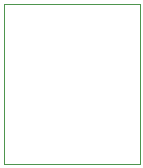
<source format=gbr>
%TF.GenerationSoftware,KiCad,Pcbnew,7.0.11*%
%TF.CreationDate,2024-03-26T21:49:53+01:00*%
%TF.ProjectId,led_color_test,6c65645f-636f-46c6-9f72-5f746573742e,rev?*%
%TF.SameCoordinates,Original*%
%TF.FileFunction,Profile,NP*%
%FSLAX46Y46*%
G04 Gerber Fmt 4.6, Leading zero omitted, Abs format (unit mm)*
G04 Created by KiCad (PCBNEW 7.0.11) date 2024-03-26 21:49:53*
%MOMM*%
%LPD*%
G01*
G04 APERTURE LIST*
%TA.AperFunction,Profile*%
%ADD10C,0.050000*%
%TD*%
G04 APERTURE END LIST*
D10*
X104500000Y-63500000D02*
X116000000Y-63500000D01*
X116000000Y-77000000D01*
X104500000Y-77000000D01*
X104500000Y-63500000D01*
M02*

</source>
